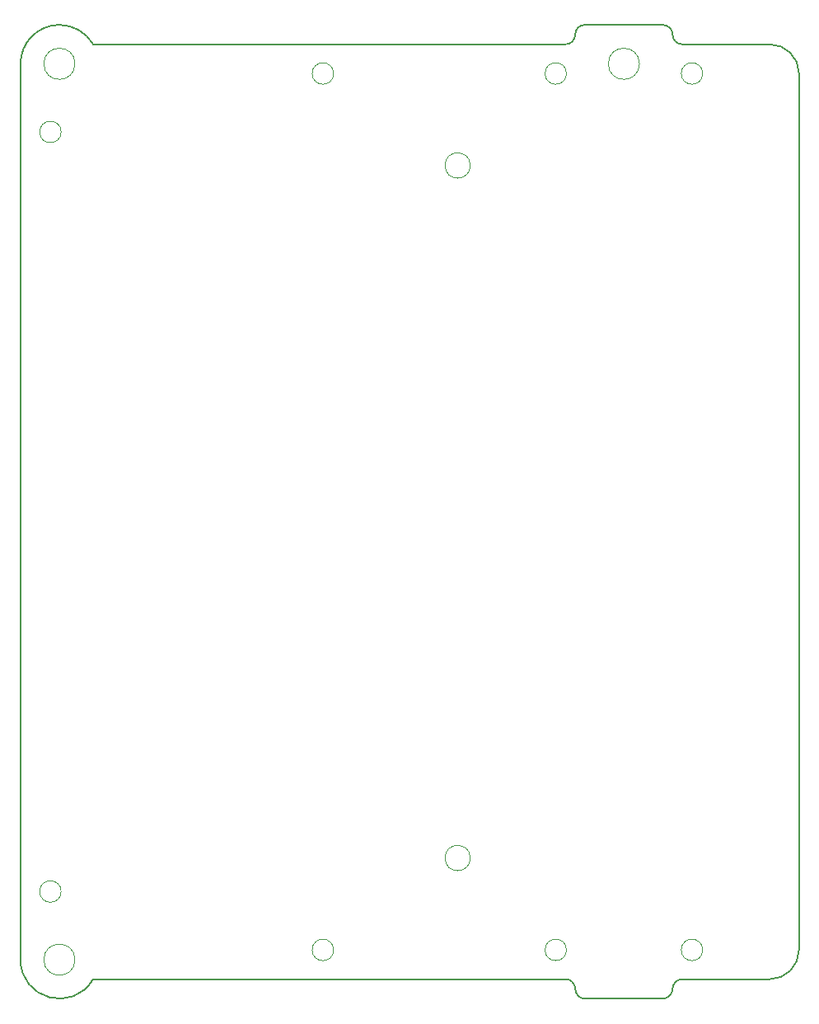
<source format=gbr>
%TF.GenerationSoftware,KiCad,Pcbnew,9.0.1*%
%TF.CreationDate,2025-04-28T12:51:49+03:00*%
%TF.ProjectId,PM_CNV-DQ16_src,504d5f43-4e56-42d4-9451-31365f737263,rev?*%
%TF.SameCoordinates,Original*%
%TF.FileFunction,Profile,NP*%
%FSLAX46Y46*%
G04 Gerber Fmt 4.6, Leading zero omitted, Abs format (unit mm)*
G04 Created by KiCad (PCBNEW 9.0.1) date 2025-04-28 12:51:49*
%MOMM*%
%LPD*%
G01*
G04 APERTURE LIST*
%TA.AperFunction,Profile*%
%ADD10C,0.200000*%
%TD*%
%TA.AperFunction,Profile*%
%ADD11C,0.050000*%
%TD*%
G04 APERTURE END LIST*
D10*
X16000000Y-48000000D02*
X-32535900Y-48000000D01*
X18000000Y-50000000D02*
G75*
G02*
X17000000Y-49000000I0J1000000D01*
G01*
X-40000000Y46000000D02*
G75*
G02*
X-36000000Y50000000I4000000J0D01*
G01*
X-36000000Y50000000D02*
G75*
G02*
X-32533686Y47996164I0J-4000000D01*
G01*
X37000000Y48000000D02*
X28000000Y48000000D01*
X16000000Y-48000000D02*
G75*
G02*
X17000000Y-49000000I0J-1000000D01*
G01*
X28000000Y-48000000D02*
X37000000Y-48000000D01*
X26000000Y50000000D02*
G75*
G02*
X27000000Y49000000I0J-1000000D01*
G01*
X18000000Y-50000000D02*
X26000000Y-50000000D01*
X17000000Y49000000D02*
G75*
G02*
X18000000Y50000000I1000000J0D01*
G01*
X27000000Y-49000000D02*
G75*
G02*
X28000000Y-48000000I1000000J0D01*
G01*
X40000000Y-45000000D02*
G75*
G02*
X37000000Y-48000000I-3000000J0D01*
G01*
X40000000Y45000000D02*
X40000000Y-45000000D01*
X-40000000Y46000000D02*
X-40000000Y-46000000D01*
X28000000Y48000000D02*
G75*
G02*
X27000000Y49000000I0J1000000D01*
G01*
X37000000Y48000000D02*
G75*
G02*
X40000000Y45000000I0J-3000000D01*
G01*
X26000000Y50000000D02*
X18000000Y50000000D01*
X-32527027Y48000000D02*
X16000000Y48000000D01*
X-32535899Y-48000000D02*
G75*
G02*
X-39999999Y-46000000I-3464101J2000000D01*
G01*
X27000000Y-49000000D02*
G75*
G02*
X26000000Y-50000000I-1000000J0D01*
G01*
X17000000Y49000000D02*
G75*
G02*
X16000000Y48000000I-1000000J0D01*
G01*
D11*
%TO.C,H3*%
X-34400000Y-46000000D02*
G75*
G02*
X-37600000Y-46000000I-1600000J0D01*
G01*
X-37600000Y-46000000D02*
G75*
G02*
X-34400000Y-46000000I1600000J0D01*
G01*
%TO.C,U8*%
X6220000Y35560000D02*
G75*
G02*
X3620000Y35560000I-1300000J0D01*
G01*
X3620000Y35560000D02*
G75*
G02*
X6220000Y35560000I1300000J0D01*
G01*
%TO.C,U1*%
X-35826271Y39000000D02*
G75*
G02*
X-38026271Y39000000I-1100000J0D01*
G01*
X-38026271Y39000000D02*
G75*
G02*
X-35826271Y39000000I1100000J0D01*
G01*
X-35826271Y-39000000D02*
G75*
G02*
X-38026271Y-39000000I-1100000J0D01*
G01*
X-38026271Y-39000000D02*
G75*
G02*
X-35826271Y-39000000I1100000J0D01*
G01*
X-7826271Y45000000D02*
G75*
G02*
X-10026271Y45000000I-1100000J0D01*
G01*
X-10026271Y45000000D02*
G75*
G02*
X-7826271Y45000000I1100000J0D01*
G01*
X-7826271Y-45000000D02*
G75*
G02*
X-10026271Y-45000000I-1100000J0D01*
G01*
X-10026271Y-45000000D02*
G75*
G02*
X-7826271Y-45000000I1100000J0D01*
G01*
%TO.C,U9*%
X6220000Y-35560000D02*
G75*
G02*
X3620000Y-35560000I-1300000J0D01*
G01*
X3620000Y-35560000D02*
G75*
G02*
X6220000Y-35560000I1300000J0D01*
G01*
%TO.C,H2*%
X23600000Y46000000D02*
G75*
G02*
X20400000Y46000000I-1600000J0D01*
G01*
X20400000Y46000000D02*
G75*
G02*
X23600000Y46000000I1600000J0D01*
G01*
%TO.C,SP1*%
X16100000Y45000000D02*
G75*
G02*
X13900000Y45000000I-1100000J0D01*
G01*
X13900000Y45000000D02*
G75*
G02*
X16100000Y45000000I1100000J0D01*
G01*
X16100000Y-45000000D02*
G75*
G02*
X13900000Y-45000000I-1100000J0D01*
G01*
X13900000Y-45000000D02*
G75*
G02*
X16100000Y-45000000I1100000J0D01*
G01*
X30100000Y45000000D02*
G75*
G02*
X27900000Y45000000I-1100000J0D01*
G01*
X27900000Y45000000D02*
G75*
G02*
X30100000Y45000000I1100000J0D01*
G01*
X30100000Y-45000000D02*
G75*
G02*
X27900000Y-45000000I-1100000J0D01*
G01*
X27900000Y-45000000D02*
G75*
G02*
X30100000Y-45000000I1100000J0D01*
G01*
%TO.C,H1*%
X-34400000Y46000000D02*
G75*
G02*
X-37600000Y46000000I-1600000J0D01*
G01*
X-37600000Y46000000D02*
G75*
G02*
X-34400000Y46000000I1600000J0D01*
G01*
%TD*%
M02*

</source>
